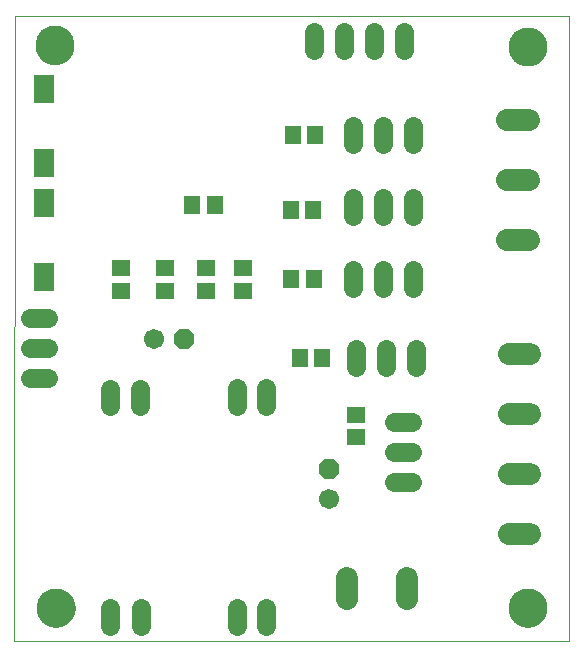
<source format=gbs>
G75*
%MOIN*%
%OFA0B0*%
%FSLAX25Y25*%
%IPPOS*%
%LPD*%
%AMOC8*
5,1,8,0,0,1.08239X$1,22.5*
%
%ADD10C,0.00000*%
%ADD11C,0.12998*%
%ADD12R,0.06306X0.05518*%
%ADD13R,0.05518X0.06306*%
%ADD14C,0.06400*%
%ADD15C,0.07450*%
%ADD16OC8,0.06700*%
%ADD17C,0.06700*%
%ADD18R,0.06699X0.09455*%
%ADD19C,0.06337*%
D10*
X0025347Y0025014D02*
X0025741Y0233557D01*
X0210426Y0233557D01*
X0210426Y0025014D01*
X0025347Y0025014D01*
X0032985Y0036195D02*
X0032987Y0036353D01*
X0032993Y0036511D01*
X0033003Y0036669D01*
X0033017Y0036827D01*
X0033035Y0036984D01*
X0033056Y0037141D01*
X0033082Y0037297D01*
X0033112Y0037453D01*
X0033145Y0037608D01*
X0033183Y0037761D01*
X0033224Y0037914D01*
X0033269Y0038066D01*
X0033318Y0038217D01*
X0033371Y0038366D01*
X0033427Y0038514D01*
X0033487Y0038660D01*
X0033551Y0038805D01*
X0033619Y0038948D01*
X0033690Y0039090D01*
X0033764Y0039230D01*
X0033842Y0039367D01*
X0033924Y0039503D01*
X0034008Y0039637D01*
X0034097Y0039768D01*
X0034188Y0039897D01*
X0034283Y0040024D01*
X0034380Y0040149D01*
X0034481Y0040271D01*
X0034585Y0040390D01*
X0034692Y0040507D01*
X0034802Y0040621D01*
X0034915Y0040732D01*
X0035030Y0040841D01*
X0035148Y0040946D01*
X0035269Y0041048D01*
X0035392Y0041148D01*
X0035518Y0041244D01*
X0035646Y0041337D01*
X0035776Y0041427D01*
X0035909Y0041513D01*
X0036044Y0041597D01*
X0036180Y0041676D01*
X0036319Y0041753D01*
X0036460Y0041825D01*
X0036602Y0041895D01*
X0036746Y0041960D01*
X0036892Y0042022D01*
X0037039Y0042080D01*
X0037188Y0042135D01*
X0037338Y0042186D01*
X0037489Y0042233D01*
X0037641Y0042276D01*
X0037794Y0042315D01*
X0037949Y0042351D01*
X0038104Y0042382D01*
X0038260Y0042410D01*
X0038416Y0042434D01*
X0038573Y0042454D01*
X0038731Y0042470D01*
X0038888Y0042482D01*
X0039047Y0042490D01*
X0039205Y0042494D01*
X0039363Y0042494D01*
X0039521Y0042490D01*
X0039680Y0042482D01*
X0039837Y0042470D01*
X0039995Y0042454D01*
X0040152Y0042434D01*
X0040308Y0042410D01*
X0040464Y0042382D01*
X0040619Y0042351D01*
X0040774Y0042315D01*
X0040927Y0042276D01*
X0041079Y0042233D01*
X0041230Y0042186D01*
X0041380Y0042135D01*
X0041529Y0042080D01*
X0041676Y0042022D01*
X0041822Y0041960D01*
X0041966Y0041895D01*
X0042108Y0041825D01*
X0042249Y0041753D01*
X0042388Y0041676D01*
X0042524Y0041597D01*
X0042659Y0041513D01*
X0042792Y0041427D01*
X0042922Y0041337D01*
X0043050Y0041244D01*
X0043176Y0041148D01*
X0043299Y0041048D01*
X0043420Y0040946D01*
X0043538Y0040841D01*
X0043653Y0040732D01*
X0043766Y0040621D01*
X0043876Y0040507D01*
X0043983Y0040390D01*
X0044087Y0040271D01*
X0044188Y0040149D01*
X0044285Y0040024D01*
X0044380Y0039897D01*
X0044471Y0039768D01*
X0044560Y0039637D01*
X0044644Y0039503D01*
X0044726Y0039367D01*
X0044804Y0039230D01*
X0044878Y0039090D01*
X0044949Y0038948D01*
X0045017Y0038805D01*
X0045081Y0038660D01*
X0045141Y0038514D01*
X0045197Y0038366D01*
X0045250Y0038217D01*
X0045299Y0038066D01*
X0045344Y0037914D01*
X0045385Y0037761D01*
X0045423Y0037608D01*
X0045456Y0037453D01*
X0045486Y0037297D01*
X0045512Y0037141D01*
X0045533Y0036984D01*
X0045551Y0036827D01*
X0045565Y0036669D01*
X0045575Y0036511D01*
X0045581Y0036353D01*
X0045583Y0036195D01*
X0045581Y0036037D01*
X0045575Y0035879D01*
X0045565Y0035721D01*
X0045551Y0035563D01*
X0045533Y0035406D01*
X0045512Y0035249D01*
X0045486Y0035093D01*
X0045456Y0034937D01*
X0045423Y0034782D01*
X0045385Y0034629D01*
X0045344Y0034476D01*
X0045299Y0034324D01*
X0045250Y0034173D01*
X0045197Y0034024D01*
X0045141Y0033876D01*
X0045081Y0033730D01*
X0045017Y0033585D01*
X0044949Y0033442D01*
X0044878Y0033300D01*
X0044804Y0033160D01*
X0044726Y0033023D01*
X0044644Y0032887D01*
X0044560Y0032753D01*
X0044471Y0032622D01*
X0044380Y0032493D01*
X0044285Y0032366D01*
X0044188Y0032241D01*
X0044087Y0032119D01*
X0043983Y0032000D01*
X0043876Y0031883D01*
X0043766Y0031769D01*
X0043653Y0031658D01*
X0043538Y0031549D01*
X0043420Y0031444D01*
X0043299Y0031342D01*
X0043176Y0031242D01*
X0043050Y0031146D01*
X0042922Y0031053D01*
X0042792Y0030963D01*
X0042659Y0030877D01*
X0042524Y0030793D01*
X0042388Y0030714D01*
X0042249Y0030637D01*
X0042108Y0030565D01*
X0041966Y0030495D01*
X0041822Y0030430D01*
X0041676Y0030368D01*
X0041529Y0030310D01*
X0041380Y0030255D01*
X0041230Y0030204D01*
X0041079Y0030157D01*
X0040927Y0030114D01*
X0040774Y0030075D01*
X0040619Y0030039D01*
X0040464Y0030008D01*
X0040308Y0029980D01*
X0040152Y0029956D01*
X0039995Y0029936D01*
X0039837Y0029920D01*
X0039680Y0029908D01*
X0039521Y0029900D01*
X0039363Y0029896D01*
X0039205Y0029896D01*
X0039047Y0029900D01*
X0038888Y0029908D01*
X0038731Y0029920D01*
X0038573Y0029936D01*
X0038416Y0029956D01*
X0038260Y0029980D01*
X0038104Y0030008D01*
X0037949Y0030039D01*
X0037794Y0030075D01*
X0037641Y0030114D01*
X0037489Y0030157D01*
X0037338Y0030204D01*
X0037188Y0030255D01*
X0037039Y0030310D01*
X0036892Y0030368D01*
X0036746Y0030430D01*
X0036602Y0030495D01*
X0036460Y0030565D01*
X0036319Y0030637D01*
X0036180Y0030714D01*
X0036044Y0030793D01*
X0035909Y0030877D01*
X0035776Y0030963D01*
X0035646Y0031053D01*
X0035518Y0031146D01*
X0035392Y0031242D01*
X0035269Y0031342D01*
X0035148Y0031444D01*
X0035030Y0031549D01*
X0034915Y0031658D01*
X0034802Y0031769D01*
X0034692Y0031883D01*
X0034585Y0032000D01*
X0034481Y0032119D01*
X0034380Y0032241D01*
X0034283Y0032366D01*
X0034188Y0032493D01*
X0034097Y0032622D01*
X0034008Y0032753D01*
X0033924Y0032887D01*
X0033842Y0033023D01*
X0033764Y0033160D01*
X0033690Y0033300D01*
X0033619Y0033442D01*
X0033551Y0033585D01*
X0033487Y0033730D01*
X0033427Y0033876D01*
X0033371Y0034024D01*
X0033318Y0034173D01*
X0033269Y0034324D01*
X0033224Y0034476D01*
X0033183Y0034629D01*
X0033145Y0034782D01*
X0033112Y0034937D01*
X0033082Y0035093D01*
X0033056Y0035249D01*
X0033035Y0035406D01*
X0033017Y0035563D01*
X0033003Y0035721D01*
X0032993Y0035879D01*
X0032987Y0036037D01*
X0032985Y0036195D01*
X0190269Y0036195D02*
X0190271Y0036353D01*
X0190277Y0036511D01*
X0190287Y0036669D01*
X0190301Y0036827D01*
X0190319Y0036984D01*
X0190340Y0037141D01*
X0190366Y0037297D01*
X0190396Y0037453D01*
X0190429Y0037608D01*
X0190467Y0037761D01*
X0190508Y0037914D01*
X0190553Y0038066D01*
X0190602Y0038217D01*
X0190655Y0038366D01*
X0190711Y0038514D01*
X0190771Y0038660D01*
X0190835Y0038805D01*
X0190903Y0038948D01*
X0190974Y0039090D01*
X0191048Y0039230D01*
X0191126Y0039367D01*
X0191208Y0039503D01*
X0191292Y0039637D01*
X0191381Y0039768D01*
X0191472Y0039897D01*
X0191567Y0040024D01*
X0191664Y0040149D01*
X0191765Y0040271D01*
X0191869Y0040390D01*
X0191976Y0040507D01*
X0192086Y0040621D01*
X0192199Y0040732D01*
X0192314Y0040841D01*
X0192432Y0040946D01*
X0192553Y0041048D01*
X0192676Y0041148D01*
X0192802Y0041244D01*
X0192930Y0041337D01*
X0193060Y0041427D01*
X0193193Y0041513D01*
X0193328Y0041597D01*
X0193464Y0041676D01*
X0193603Y0041753D01*
X0193744Y0041825D01*
X0193886Y0041895D01*
X0194030Y0041960D01*
X0194176Y0042022D01*
X0194323Y0042080D01*
X0194472Y0042135D01*
X0194622Y0042186D01*
X0194773Y0042233D01*
X0194925Y0042276D01*
X0195078Y0042315D01*
X0195233Y0042351D01*
X0195388Y0042382D01*
X0195544Y0042410D01*
X0195700Y0042434D01*
X0195857Y0042454D01*
X0196015Y0042470D01*
X0196172Y0042482D01*
X0196331Y0042490D01*
X0196489Y0042494D01*
X0196647Y0042494D01*
X0196805Y0042490D01*
X0196964Y0042482D01*
X0197121Y0042470D01*
X0197279Y0042454D01*
X0197436Y0042434D01*
X0197592Y0042410D01*
X0197748Y0042382D01*
X0197903Y0042351D01*
X0198058Y0042315D01*
X0198211Y0042276D01*
X0198363Y0042233D01*
X0198514Y0042186D01*
X0198664Y0042135D01*
X0198813Y0042080D01*
X0198960Y0042022D01*
X0199106Y0041960D01*
X0199250Y0041895D01*
X0199392Y0041825D01*
X0199533Y0041753D01*
X0199672Y0041676D01*
X0199808Y0041597D01*
X0199943Y0041513D01*
X0200076Y0041427D01*
X0200206Y0041337D01*
X0200334Y0041244D01*
X0200460Y0041148D01*
X0200583Y0041048D01*
X0200704Y0040946D01*
X0200822Y0040841D01*
X0200937Y0040732D01*
X0201050Y0040621D01*
X0201160Y0040507D01*
X0201267Y0040390D01*
X0201371Y0040271D01*
X0201472Y0040149D01*
X0201569Y0040024D01*
X0201664Y0039897D01*
X0201755Y0039768D01*
X0201844Y0039637D01*
X0201928Y0039503D01*
X0202010Y0039367D01*
X0202088Y0039230D01*
X0202162Y0039090D01*
X0202233Y0038948D01*
X0202301Y0038805D01*
X0202365Y0038660D01*
X0202425Y0038514D01*
X0202481Y0038366D01*
X0202534Y0038217D01*
X0202583Y0038066D01*
X0202628Y0037914D01*
X0202669Y0037761D01*
X0202707Y0037608D01*
X0202740Y0037453D01*
X0202770Y0037297D01*
X0202796Y0037141D01*
X0202817Y0036984D01*
X0202835Y0036827D01*
X0202849Y0036669D01*
X0202859Y0036511D01*
X0202865Y0036353D01*
X0202867Y0036195D01*
X0202865Y0036037D01*
X0202859Y0035879D01*
X0202849Y0035721D01*
X0202835Y0035563D01*
X0202817Y0035406D01*
X0202796Y0035249D01*
X0202770Y0035093D01*
X0202740Y0034937D01*
X0202707Y0034782D01*
X0202669Y0034629D01*
X0202628Y0034476D01*
X0202583Y0034324D01*
X0202534Y0034173D01*
X0202481Y0034024D01*
X0202425Y0033876D01*
X0202365Y0033730D01*
X0202301Y0033585D01*
X0202233Y0033442D01*
X0202162Y0033300D01*
X0202088Y0033160D01*
X0202010Y0033023D01*
X0201928Y0032887D01*
X0201844Y0032753D01*
X0201755Y0032622D01*
X0201664Y0032493D01*
X0201569Y0032366D01*
X0201472Y0032241D01*
X0201371Y0032119D01*
X0201267Y0032000D01*
X0201160Y0031883D01*
X0201050Y0031769D01*
X0200937Y0031658D01*
X0200822Y0031549D01*
X0200704Y0031444D01*
X0200583Y0031342D01*
X0200460Y0031242D01*
X0200334Y0031146D01*
X0200206Y0031053D01*
X0200076Y0030963D01*
X0199943Y0030877D01*
X0199808Y0030793D01*
X0199672Y0030714D01*
X0199533Y0030637D01*
X0199392Y0030565D01*
X0199250Y0030495D01*
X0199106Y0030430D01*
X0198960Y0030368D01*
X0198813Y0030310D01*
X0198664Y0030255D01*
X0198514Y0030204D01*
X0198363Y0030157D01*
X0198211Y0030114D01*
X0198058Y0030075D01*
X0197903Y0030039D01*
X0197748Y0030008D01*
X0197592Y0029980D01*
X0197436Y0029956D01*
X0197279Y0029936D01*
X0197121Y0029920D01*
X0196964Y0029908D01*
X0196805Y0029900D01*
X0196647Y0029896D01*
X0196489Y0029896D01*
X0196331Y0029900D01*
X0196172Y0029908D01*
X0196015Y0029920D01*
X0195857Y0029936D01*
X0195700Y0029956D01*
X0195544Y0029980D01*
X0195388Y0030008D01*
X0195233Y0030039D01*
X0195078Y0030075D01*
X0194925Y0030114D01*
X0194773Y0030157D01*
X0194622Y0030204D01*
X0194472Y0030255D01*
X0194323Y0030310D01*
X0194176Y0030368D01*
X0194030Y0030430D01*
X0193886Y0030495D01*
X0193744Y0030565D01*
X0193603Y0030637D01*
X0193464Y0030714D01*
X0193328Y0030793D01*
X0193193Y0030877D01*
X0193060Y0030963D01*
X0192930Y0031053D01*
X0192802Y0031146D01*
X0192676Y0031242D01*
X0192553Y0031342D01*
X0192432Y0031444D01*
X0192314Y0031549D01*
X0192199Y0031658D01*
X0192086Y0031769D01*
X0191976Y0031883D01*
X0191869Y0032000D01*
X0191765Y0032119D01*
X0191664Y0032241D01*
X0191567Y0032366D01*
X0191472Y0032493D01*
X0191381Y0032622D01*
X0191292Y0032753D01*
X0191208Y0032887D01*
X0191126Y0033023D01*
X0191048Y0033160D01*
X0190974Y0033300D01*
X0190903Y0033442D01*
X0190835Y0033585D01*
X0190771Y0033730D01*
X0190711Y0033876D01*
X0190655Y0034024D01*
X0190602Y0034173D01*
X0190553Y0034324D01*
X0190508Y0034476D01*
X0190467Y0034629D01*
X0190429Y0034782D01*
X0190396Y0034937D01*
X0190366Y0035093D01*
X0190340Y0035249D01*
X0190319Y0035406D01*
X0190301Y0035563D01*
X0190287Y0035721D01*
X0190277Y0035879D01*
X0190271Y0036037D01*
X0190269Y0036195D01*
X0190269Y0223282D02*
X0190271Y0223440D01*
X0190277Y0223598D01*
X0190287Y0223756D01*
X0190301Y0223914D01*
X0190319Y0224071D01*
X0190340Y0224228D01*
X0190366Y0224384D01*
X0190396Y0224540D01*
X0190429Y0224695D01*
X0190467Y0224848D01*
X0190508Y0225001D01*
X0190553Y0225153D01*
X0190602Y0225304D01*
X0190655Y0225453D01*
X0190711Y0225601D01*
X0190771Y0225747D01*
X0190835Y0225892D01*
X0190903Y0226035D01*
X0190974Y0226177D01*
X0191048Y0226317D01*
X0191126Y0226454D01*
X0191208Y0226590D01*
X0191292Y0226724D01*
X0191381Y0226855D01*
X0191472Y0226984D01*
X0191567Y0227111D01*
X0191664Y0227236D01*
X0191765Y0227358D01*
X0191869Y0227477D01*
X0191976Y0227594D01*
X0192086Y0227708D01*
X0192199Y0227819D01*
X0192314Y0227928D01*
X0192432Y0228033D01*
X0192553Y0228135D01*
X0192676Y0228235D01*
X0192802Y0228331D01*
X0192930Y0228424D01*
X0193060Y0228514D01*
X0193193Y0228600D01*
X0193328Y0228684D01*
X0193464Y0228763D01*
X0193603Y0228840D01*
X0193744Y0228912D01*
X0193886Y0228982D01*
X0194030Y0229047D01*
X0194176Y0229109D01*
X0194323Y0229167D01*
X0194472Y0229222D01*
X0194622Y0229273D01*
X0194773Y0229320D01*
X0194925Y0229363D01*
X0195078Y0229402D01*
X0195233Y0229438D01*
X0195388Y0229469D01*
X0195544Y0229497D01*
X0195700Y0229521D01*
X0195857Y0229541D01*
X0196015Y0229557D01*
X0196172Y0229569D01*
X0196331Y0229577D01*
X0196489Y0229581D01*
X0196647Y0229581D01*
X0196805Y0229577D01*
X0196964Y0229569D01*
X0197121Y0229557D01*
X0197279Y0229541D01*
X0197436Y0229521D01*
X0197592Y0229497D01*
X0197748Y0229469D01*
X0197903Y0229438D01*
X0198058Y0229402D01*
X0198211Y0229363D01*
X0198363Y0229320D01*
X0198514Y0229273D01*
X0198664Y0229222D01*
X0198813Y0229167D01*
X0198960Y0229109D01*
X0199106Y0229047D01*
X0199250Y0228982D01*
X0199392Y0228912D01*
X0199533Y0228840D01*
X0199672Y0228763D01*
X0199808Y0228684D01*
X0199943Y0228600D01*
X0200076Y0228514D01*
X0200206Y0228424D01*
X0200334Y0228331D01*
X0200460Y0228235D01*
X0200583Y0228135D01*
X0200704Y0228033D01*
X0200822Y0227928D01*
X0200937Y0227819D01*
X0201050Y0227708D01*
X0201160Y0227594D01*
X0201267Y0227477D01*
X0201371Y0227358D01*
X0201472Y0227236D01*
X0201569Y0227111D01*
X0201664Y0226984D01*
X0201755Y0226855D01*
X0201844Y0226724D01*
X0201928Y0226590D01*
X0202010Y0226454D01*
X0202088Y0226317D01*
X0202162Y0226177D01*
X0202233Y0226035D01*
X0202301Y0225892D01*
X0202365Y0225747D01*
X0202425Y0225601D01*
X0202481Y0225453D01*
X0202534Y0225304D01*
X0202583Y0225153D01*
X0202628Y0225001D01*
X0202669Y0224848D01*
X0202707Y0224695D01*
X0202740Y0224540D01*
X0202770Y0224384D01*
X0202796Y0224228D01*
X0202817Y0224071D01*
X0202835Y0223914D01*
X0202849Y0223756D01*
X0202859Y0223598D01*
X0202865Y0223440D01*
X0202867Y0223282D01*
X0202865Y0223124D01*
X0202859Y0222966D01*
X0202849Y0222808D01*
X0202835Y0222650D01*
X0202817Y0222493D01*
X0202796Y0222336D01*
X0202770Y0222180D01*
X0202740Y0222024D01*
X0202707Y0221869D01*
X0202669Y0221716D01*
X0202628Y0221563D01*
X0202583Y0221411D01*
X0202534Y0221260D01*
X0202481Y0221111D01*
X0202425Y0220963D01*
X0202365Y0220817D01*
X0202301Y0220672D01*
X0202233Y0220529D01*
X0202162Y0220387D01*
X0202088Y0220247D01*
X0202010Y0220110D01*
X0201928Y0219974D01*
X0201844Y0219840D01*
X0201755Y0219709D01*
X0201664Y0219580D01*
X0201569Y0219453D01*
X0201472Y0219328D01*
X0201371Y0219206D01*
X0201267Y0219087D01*
X0201160Y0218970D01*
X0201050Y0218856D01*
X0200937Y0218745D01*
X0200822Y0218636D01*
X0200704Y0218531D01*
X0200583Y0218429D01*
X0200460Y0218329D01*
X0200334Y0218233D01*
X0200206Y0218140D01*
X0200076Y0218050D01*
X0199943Y0217964D01*
X0199808Y0217880D01*
X0199672Y0217801D01*
X0199533Y0217724D01*
X0199392Y0217652D01*
X0199250Y0217582D01*
X0199106Y0217517D01*
X0198960Y0217455D01*
X0198813Y0217397D01*
X0198664Y0217342D01*
X0198514Y0217291D01*
X0198363Y0217244D01*
X0198211Y0217201D01*
X0198058Y0217162D01*
X0197903Y0217126D01*
X0197748Y0217095D01*
X0197592Y0217067D01*
X0197436Y0217043D01*
X0197279Y0217023D01*
X0197121Y0217007D01*
X0196964Y0216995D01*
X0196805Y0216987D01*
X0196647Y0216983D01*
X0196489Y0216983D01*
X0196331Y0216987D01*
X0196172Y0216995D01*
X0196015Y0217007D01*
X0195857Y0217023D01*
X0195700Y0217043D01*
X0195544Y0217067D01*
X0195388Y0217095D01*
X0195233Y0217126D01*
X0195078Y0217162D01*
X0194925Y0217201D01*
X0194773Y0217244D01*
X0194622Y0217291D01*
X0194472Y0217342D01*
X0194323Y0217397D01*
X0194176Y0217455D01*
X0194030Y0217517D01*
X0193886Y0217582D01*
X0193744Y0217652D01*
X0193603Y0217724D01*
X0193464Y0217801D01*
X0193328Y0217880D01*
X0193193Y0217964D01*
X0193060Y0218050D01*
X0192930Y0218140D01*
X0192802Y0218233D01*
X0192676Y0218329D01*
X0192553Y0218429D01*
X0192432Y0218531D01*
X0192314Y0218636D01*
X0192199Y0218745D01*
X0192086Y0218856D01*
X0191976Y0218970D01*
X0191869Y0219087D01*
X0191765Y0219206D01*
X0191664Y0219328D01*
X0191567Y0219453D01*
X0191472Y0219580D01*
X0191381Y0219709D01*
X0191292Y0219840D01*
X0191208Y0219974D01*
X0191126Y0220110D01*
X0191048Y0220247D01*
X0190974Y0220387D01*
X0190903Y0220529D01*
X0190835Y0220672D01*
X0190771Y0220817D01*
X0190711Y0220963D01*
X0190655Y0221111D01*
X0190602Y0221260D01*
X0190553Y0221411D01*
X0190508Y0221563D01*
X0190467Y0221716D01*
X0190429Y0221869D01*
X0190396Y0222024D01*
X0190366Y0222180D01*
X0190340Y0222336D01*
X0190319Y0222493D01*
X0190301Y0222650D01*
X0190287Y0222808D01*
X0190277Y0222966D01*
X0190271Y0223124D01*
X0190269Y0223282D01*
X0032592Y0223676D02*
X0032594Y0223834D01*
X0032600Y0223992D01*
X0032610Y0224150D01*
X0032624Y0224308D01*
X0032642Y0224465D01*
X0032663Y0224622D01*
X0032689Y0224778D01*
X0032719Y0224934D01*
X0032752Y0225089D01*
X0032790Y0225242D01*
X0032831Y0225395D01*
X0032876Y0225547D01*
X0032925Y0225698D01*
X0032978Y0225847D01*
X0033034Y0225995D01*
X0033094Y0226141D01*
X0033158Y0226286D01*
X0033226Y0226429D01*
X0033297Y0226571D01*
X0033371Y0226711D01*
X0033449Y0226848D01*
X0033531Y0226984D01*
X0033615Y0227118D01*
X0033704Y0227249D01*
X0033795Y0227378D01*
X0033890Y0227505D01*
X0033987Y0227630D01*
X0034088Y0227752D01*
X0034192Y0227871D01*
X0034299Y0227988D01*
X0034409Y0228102D01*
X0034522Y0228213D01*
X0034637Y0228322D01*
X0034755Y0228427D01*
X0034876Y0228529D01*
X0034999Y0228629D01*
X0035125Y0228725D01*
X0035253Y0228818D01*
X0035383Y0228908D01*
X0035516Y0228994D01*
X0035651Y0229078D01*
X0035787Y0229157D01*
X0035926Y0229234D01*
X0036067Y0229306D01*
X0036209Y0229376D01*
X0036353Y0229441D01*
X0036499Y0229503D01*
X0036646Y0229561D01*
X0036795Y0229616D01*
X0036945Y0229667D01*
X0037096Y0229714D01*
X0037248Y0229757D01*
X0037401Y0229796D01*
X0037556Y0229832D01*
X0037711Y0229863D01*
X0037867Y0229891D01*
X0038023Y0229915D01*
X0038180Y0229935D01*
X0038338Y0229951D01*
X0038495Y0229963D01*
X0038654Y0229971D01*
X0038812Y0229975D01*
X0038970Y0229975D01*
X0039128Y0229971D01*
X0039287Y0229963D01*
X0039444Y0229951D01*
X0039602Y0229935D01*
X0039759Y0229915D01*
X0039915Y0229891D01*
X0040071Y0229863D01*
X0040226Y0229832D01*
X0040381Y0229796D01*
X0040534Y0229757D01*
X0040686Y0229714D01*
X0040837Y0229667D01*
X0040987Y0229616D01*
X0041136Y0229561D01*
X0041283Y0229503D01*
X0041429Y0229441D01*
X0041573Y0229376D01*
X0041715Y0229306D01*
X0041856Y0229234D01*
X0041995Y0229157D01*
X0042131Y0229078D01*
X0042266Y0228994D01*
X0042399Y0228908D01*
X0042529Y0228818D01*
X0042657Y0228725D01*
X0042783Y0228629D01*
X0042906Y0228529D01*
X0043027Y0228427D01*
X0043145Y0228322D01*
X0043260Y0228213D01*
X0043373Y0228102D01*
X0043483Y0227988D01*
X0043590Y0227871D01*
X0043694Y0227752D01*
X0043795Y0227630D01*
X0043892Y0227505D01*
X0043987Y0227378D01*
X0044078Y0227249D01*
X0044167Y0227118D01*
X0044251Y0226984D01*
X0044333Y0226848D01*
X0044411Y0226711D01*
X0044485Y0226571D01*
X0044556Y0226429D01*
X0044624Y0226286D01*
X0044688Y0226141D01*
X0044748Y0225995D01*
X0044804Y0225847D01*
X0044857Y0225698D01*
X0044906Y0225547D01*
X0044951Y0225395D01*
X0044992Y0225242D01*
X0045030Y0225089D01*
X0045063Y0224934D01*
X0045093Y0224778D01*
X0045119Y0224622D01*
X0045140Y0224465D01*
X0045158Y0224308D01*
X0045172Y0224150D01*
X0045182Y0223992D01*
X0045188Y0223834D01*
X0045190Y0223676D01*
X0045188Y0223518D01*
X0045182Y0223360D01*
X0045172Y0223202D01*
X0045158Y0223044D01*
X0045140Y0222887D01*
X0045119Y0222730D01*
X0045093Y0222574D01*
X0045063Y0222418D01*
X0045030Y0222263D01*
X0044992Y0222110D01*
X0044951Y0221957D01*
X0044906Y0221805D01*
X0044857Y0221654D01*
X0044804Y0221505D01*
X0044748Y0221357D01*
X0044688Y0221211D01*
X0044624Y0221066D01*
X0044556Y0220923D01*
X0044485Y0220781D01*
X0044411Y0220641D01*
X0044333Y0220504D01*
X0044251Y0220368D01*
X0044167Y0220234D01*
X0044078Y0220103D01*
X0043987Y0219974D01*
X0043892Y0219847D01*
X0043795Y0219722D01*
X0043694Y0219600D01*
X0043590Y0219481D01*
X0043483Y0219364D01*
X0043373Y0219250D01*
X0043260Y0219139D01*
X0043145Y0219030D01*
X0043027Y0218925D01*
X0042906Y0218823D01*
X0042783Y0218723D01*
X0042657Y0218627D01*
X0042529Y0218534D01*
X0042399Y0218444D01*
X0042266Y0218358D01*
X0042131Y0218274D01*
X0041995Y0218195D01*
X0041856Y0218118D01*
X0041715Y0218046D01*
X0041573Y0217976D01*
X0041429Y0217911D01*
X0041283Y0217849D01*
X0041136Y0217791D01*
X0040987Y0217736D01*
X0040837Y0217685D01*
X0040686Y0217638D01*
X0040534Y0217595D01*
X0040381Y0217556D01*
X0040226Y0217520D01*
X0040071Y0217489D01*
X0039915Y0217461D01*
X0039759Y0217437D01*
X0039602Y0217417D01*
X0039444Y0217401D01*
X0039287Y0217389D01*
X0039128Y0217381D01*
X0038970Y0217377D01*
X0038812Y0217377D01*
X0038654Y0217381D01*
X0038495Y0217389D01*
X0038338Y0217401D01*
X0038180Y0217417D01*
X0038023Y0217437D01*
X0037867Y0217461D01*
X0037711Y0217489D01*
X0037556Y0217520D01*
X0037401Y0217556D01*
X0037248Y0217595D01*
X0037096Y0217638D01*
X0036945Y0217685D01*
X0036795Y0217736D01*
X0036646Y0217791D01*
X0036499Y0217849D01*
X0036353Y0217911D01*
X0036209Y0217976D01*
X0036067Y0218046D01*
X0035926Y0218118D01*
X0035787Y0218195D01*
X0035651Y0218274D01*
X0035516Y0218358D01*
X0035383Y0218444D01*
X0035253Y0218534D01*
X0035125Y0218627D01*
X0034999Y0218723D01*
X0034876Y0218823D01*
X0034755Y0218925D01*
X0034637Y0219030D01*
X0034522Y0219139D01*
X0034409Y0219250D01*
X0034299Y0219364D01*
X0034192Y0219481D01*
X0034088Y0219600D01*
X0033987Y0219722D01*
X0033890Y0219847D01*
X0033795Y0219974D01*
X0033704Y0220103D01*
X0033615Y0220234D01*
X0033531Y0220368D01*
X0033449Y0220504D01*
X0033371Y0220641D01*
X0033297Y0220781D01*
X0033226Y0220923D01*
X0033158Y0221066D01*
X0033094Y0221211D01*
X0033034Y0221357D01*
X0032978Y0221505D01*
X0032925Y0221654D01*
X0032876Y0221805D01*
X0032831Y0221957D01*
X0032790Y0222110D01*
X0032752Y0222263D01*
X0032719Y0222418D01*
X0032689Y0222574D01*
X0032663Y0222730D01*
X0032642Y0222887D01*
X0032624Y0223044D01*
X0032610Y0223202D01*
X0032600Y0223360D01*
X0032594Y0223518D01*
X0032592Y0223676D01*
D11*
X0038891Y0223676D03*
X0196568Y0223282D03*
X0196568Y0036195D03*
X0039284Y0036195D03*
D12*
X0139403Y0093046D03*
X0139403Y0100526D03*
X0101647Y0141943D03*
X0101647Y0149424D03*
X0089403Y0149424D03*
X0089403Y0141943D03*
X0075584Y0141943D03*
X0075584Y0149424D03*
X0060977Y0149424D03*
X0060977Y0141943D03*
D13*
X0084875Y0170542D03*
X0092355Y0170542D03*
X0117631Y0168951D03*
X0125111Y0168951D03*
X0125269Y0145762D03*
X0117788Y0145762D03*
X0120623Y0119620D03*
X0128103Y0119620D03*
X0125702Y0193754D03*
X0118221Y0193754D03*
D14*
X0138536Y0190951D02*
X0138536Y0196951D01*
X0148536Y0196951D02*
X0148536Y0190951D01*
X0158536Y0190951D02*
X0158536Y0196951D01*
X0158536Y0172857D02*
X0158536Y0166857D01*
X0148536Y0166857D02*
X0148536Y0172857D01*
X0138536Y0172857D02*
X0138536Y0166857D01*
X0138536Y0148762D02*
X0138536Y0142762D01*
X0148536Y0142762D02*
X0148536Y0148762D01*
X0158536Y0148762D02*
X0158536Y0142762D01*
X0159324Y0122306D02*
X0159324Y0116306D01*
X0149324Y0116306D02*
X0149324Y0122306D01*
X0139324Y0122306D02*
X0139324Y0116306D01*
X0152151Y0097967D02*
X0158151Y0097967D01*
X0158151Y0087967D02*
X0152151Y0087967D01*
X0152151Y0077967D02*
X0158151Y0077967D01*
X0036694Y0112731D02*
X0030694Y0112731D01*
X0030694Y0122731D02*
X0036694Y0122731D01*
X0036694Y0132731D02*
X0030694Y0132731D01*
X0125347Y0222250D02*
X0125347Y0228250D01*
X0135347Y0228250D02*
X0135347Y0222250D01*
X0145347Y0222250D02*
X0145347Y0228250D01*
X0155347Y0228250D02*
X0155347Y0222250D01*
D15*
X0189874Y0198676D02*
X0196924Y0198676D01*
X0196924Y0178676D02*
X0189874Y0178676D01*
X0189874Y0158676D02*
X0196924Y0158676D01*
X0197317Y0120802D02*
X0190267Y0120802D01*
X0190267Y0100802D02*
X0197317Y0100802D01*
X0197317Y0080802D02*
X0190267Y0080802D01*
X0190267Y0060802D02*
X0197317Y0060802D01*
X0156332Y0046039D02*
X0156332Y0038989D01*
X0136332Y0038989D02*
X0136332Y0046039D01*
D16*
X0130544Y0082613D03*
X0081922Y0125802D03*
D17*
X0071922Y0125802D03*
X0130544Y0072613D03*
D18*
X0035347Y0146392D03*
X0035347Y0171195D03*
X0035347Y0184424D03*
X0035347Y0209227D03*
D19*
X0057373Y0109250D02*
X0057373Y0103313D01*
X0067540Y0103325D02*
X0067540Y0109262D01*
X0099651Y0109302D02*
X0099651Y0103365D01*
X0109295Y0103394D02*
X0109295Y0109331D01*
X0109412Y0036091D02*
X0109412Y0030154D01*
X0099651Y0030136D02*
X0099651Y0036073D01*
X0067618Y0036073D02*
X0067618Y0030136D01*
X0057371Y0030154D02*
X0057371Y0036091D01*
M02*

</source>
